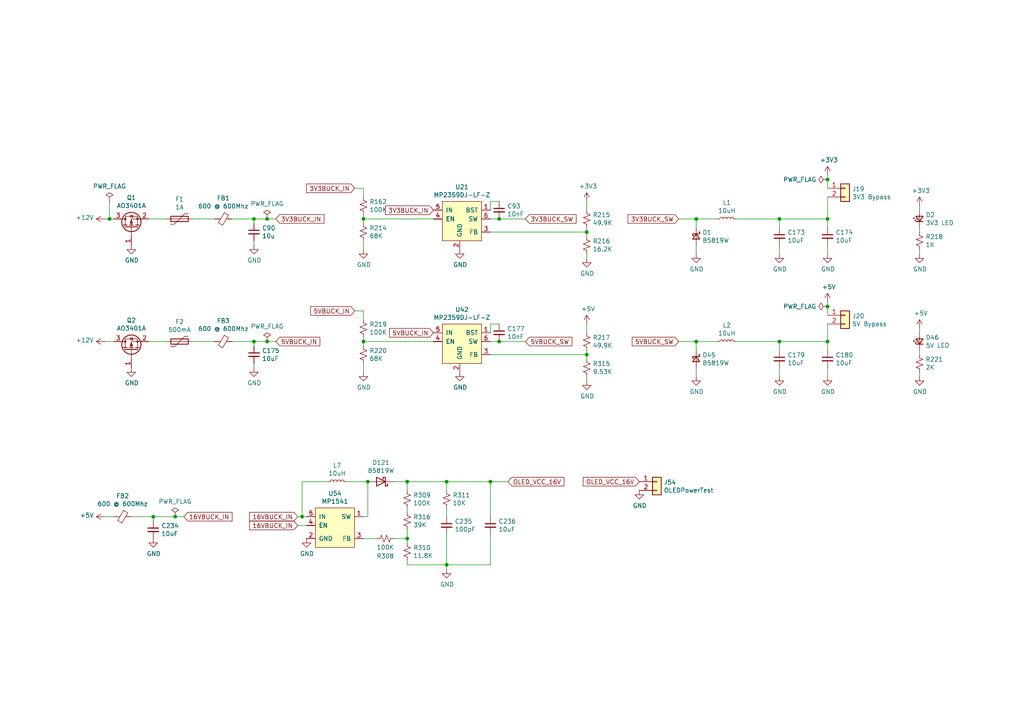
<source format=kicad_sch>
(kicad_sch (version 20210621) (generator eeschema)
  (paper "A4")
  (lib_symbols
    (symbol "Connector_Generic:Conn_01x02" (pin_names (offset 1.016) hide)
      (property "Reference" "J" (at 0 2.54 0))
      (property "Value" "Conn_01x02" (at 0 -5.08 0))
      (symbol "Conn_01x02_1_1"
        (rectangle (start -1.27 -2.413) (end 0 -2.667) (stroke (width 0.1524)))
        (rectangle (start -1.27 0.127) (end 0 -0.127) (stroke (width 0.1524)))
        (rectangle (start -1.27 1.27) (end 1.27 -3.81) (stroke (width 0.254)) (fill (type background)))
        (pin passive line (at -5.08 0 0) (length 3.81) (name "Pin_1") (number "1"))
        (pin passive line (at -5.08 -2.54 0) (length 3.81) (name "Pin_2") (number "2"))
      )
    )
    (symbol "Device:C_Small" (pin_numbers hide) (pin_names (offset 0.254) hide)
      (property "Reference" "C" (at 0.254 1.778 0))
      (property "Value" "C_Small" (at 0.254 -2.032 0))
      (symbol "C_Small_0_1"
        (polyline (pts (xy -1.524 -0.508) (xy 1.524 -0.508)) (stroke (width 0.3302)))
        (polyline (pts (xy -1.524 0.508) (xy 1.524 0.508)) (stroke (width 0.3048)))
      )
      (symbol "C_Small_1_1"
        (pin passive line (at 0 2.54 270) (length 2.032) (name "~") (number "1"))
        (pin passive line (at 0 -2.54 90) (length 2.032) (name "~") (number "2"))
      )
    )
    (symbol "Device:D_Schottky" (pin_numbers hide) (pin_names (offset 1.016) hide)
      (property "Reference" "D" (at 0 2.54 0))
      (property "Value" "D_Schottky" (at 0 -2.54 0))
      (symbol "D_Schottky_0_1"
        (polyline (pts (xy 1.27 0) (xy -1.27 0)))
        (polyline (pts (xy 1.27 1.27) (xy 1.27 -1.27) (xy -1.27 0) (xy 1.27 1.27)) (stroke (width 0.254)))
        (polyline (pts (xy -1.905 0.635) (xy -1.905 1.27) (xy -1.27 1.27) (xy -1.27 -1.27) (xy -0.635 -1.27) (xy -0.635 -0.635)) (stroke (width 0.254)))
      )
      (symbol "D_Schottky_1_1"
        (pin passive line (at -3.81 0 0) (length 2.54) (name "K") (number "1"))
        (pin passive line (at 3.81 0 180) (length 2.54) (name "A") (number "2"))
      )
    )
    (symbol "Device:D_Schottky_Small" (pin_numbers hide) (pin_names (offset 0.254) hide)
      (property "Reference" "D" (at -1.27 2.032 0))
      (property "Value" "D_Schottky_Small" (at -7.112 -2.032 0))
      (symbol "D_Schottky_Small_0_1"
        (polyline (pts (xy -0.762 0) (xy 0.762 0)))
        (polyline (pts (xy 0.762 -1.016) (xy -0.762 0) (xy 0.762 1.016) (xy 0.762 -1.016)) (stroke (width 0.254)))
        (polyline (pts (xy -1.27 0.762) (xy -1.27 1.016) (xy -0.762 1.016) (xy -0.762 -1.016) (xy -0.254 -1.016) (xy -0.254 -0.762)) (stroke (width 0.254)))
      )
      (symbol "D_Schottky_Small_1_1"
        (pin passive line (at -2.54 0 0) (length 1.778) (name "K") (number "1"))
        (pin passive line (at 2.54 0 180) (length 1.778) (name "A") (number "2"))
      )
    )
    (symbol "Device:Ferrite_Bead_Small" (pin_numbers hide) (pin_names (offset 0))
      (property "Reference" "FB" (at 1.905 1.27 0))
      (property "Value" "Device_Ferrite_Bead_Small" (at 1.905 -1.27 0))
      (symbol "Ferrite_Bead_Small_0_1"
        (polyline (pts (xy 0 -1.27) (xy 0 -0.7874)))
        (polyline (pts (xy 0 0.889) (xy 0 1.2954)))
        (polyline (pts (xy -1.8288 0.2794) (xy -1.1176 1.4986) (xy 1.8288 -0.2032) (xy 1.1176 -1.4224) (xy -1.8288 0.2794)))
      )
      (symbol "Ferrite_Bead_Small_1_1"
        (pin passive line (at 0 2.54 270) (length 1.27) (name "~") (number "1"))
        (pin passive line (at 0 -2.54 90) (length 1.27) (name "~") (number "2"))
      )
    )
    (symbol "Device:LED_Small" (pin_numbers hide) (pin_names (offset 0.254) hide)
      (property "Reference" "D" (at -1.27 3.175 0))
      (property "Value" "LED_Small" (at -4.445 -2.54 0))
      (symbol "LED_Small_0_1"
        (polyline (pts (xy -0.762 -1.016) (xy -0.762 1.016)) (stroke (width 0.254)))
        (polyline (pts (xy 1.016 0) (xy -0.762 0)))
        (polyline (pts (xy 0.762 -1.016) (xy -0.762 0) (xy 0.762 1.016) (xy 0.762 -1.016)) (stroke (width 0.254)))
        (polyline (pts (xy 0 0.762) (xy -0.508 1.27) (xy -0.254 1.27) (xy -0.508 1.27) (xy -0.508 1.016)))
        (polyline (pts (xy 0.508 1.27) (xy 0 1.778) (xy 0.254 1.778) (xy 0 1.778) (xy 0 1.524)))
      )
      (symbol "LED_Small_1_1"
        (pin passive line (at -2.54 0 0) (length 1.778) (name "K") (number "1"))
        (pin passive line (at 2.54 0 180) (length 1.778) (name "A") (number "2"))
      )
    )
    (symbol "Device:L_Small" (pin_numbers hide) (pin_names (offset 0.254) hide)
      (property "Reference" "L" (at 0.762 1.016 0))
      (property "Value" "L_Small" (at 0.762 -1.016 0))
      (symbol "L_Small_0_1"
        (arc (start 0 -2.032) (end 0 -1.016) (radius (at 0 -1.524) (length 0.508) (angles -89.9 89.9)))
        (arc (start 0 -1.016) (end 0 0) (radius (at 0 -0.508) (length 0.508) (angles -89.9 89.9)))
        (arc (start 0 0) (end 0 1.016) (radius (at 0 0.508) (length 0.508) (angles -89.9 89.9)))
        (arc (start 0 1.016) (end 0 2.032) (radius (at 0 1.524) (length 0.508) (angles -89.9 89.9)))
      )
      (symbol "L_Small_1_1"
        (pin passive line (at 0 2.54 270) (length 0.508) (name "~") (number "1"))
        (pin passive line (at 0 -2.54 90) (length 0.508) (name "~") (number "2"))
      )
    )
    (symbol "Device:Polyfuse" (pin_numbers hide) (pin_names (offset 0))
      (property "Reference" "F" (at -2.54 0 90))
      (property "Value" "Polyfuse" (at 2.54 0 90))
      (symbol "Polyfuse_0_1"
        (rectangle (start -0.762 2.54) (end 0.762 -2.54) (stroke (width 0.254)))
        (polyline (pts (xy 0 2.54) (xy 0 -2.54)))
        (polyline (pts (xy -1.524 2.54) (xy -1.524 1.524) (xy 1.524 -1.524) (xy 1.524 -2.54)))
      )
      (symbol "Polyfuse_1_1"
        (pin passive line (at 0 3.81 270) (length 1.27) (name "~") (number "1"))
        (pin passive line (at 0 -3.81 90) (length 1.27) (name "~") (number "2"))
      )
    )
    (symbol "Device:R_Small_US" (pin_numbers hide) (pin_names (offset 0.254) hide)
      (property "Reference" "R" (at 0.762 0.508 0))
      (property "Value" "R_Small_US" (at 0.762 -1.016 0))
      (symbol "R_Small_US_1_1"
        (polyline (pts (xy 0 0) (xy 1.016 -0.381) (xy 0 -0.762) (xy -1.016 -1.143) (xy 0 -1.524)))
        (polyline (pts (xy 0 1.524) (xy 1.016 1.143) (xy 0 0.762) (xy -1.016 0.381) (xy 0 0)))
        (pin passive line (at 0 2.54 270) (length 1.016) (name "~") (number "1"))
        (pin passive line (at 0 -2.54 90) (length 1.016) (name "~") (number "2"))
      )
    )
    (symbol "MP1541:MP1541" (pin_names (offset 1.016))
      (property "Reference" "U" (at 0 11.43 0))
      (property "Value" "MP1541" (at 0 8.89 0))
      (symbol "MP1541_0_0"
        (pin power_out line (at 8.89 3.81 180) (length 2.54) (name "SW") (number "1"))
        (pin power_in line (at -7.62 -2.54 0) (length 2.54) (name "GND") (number "2"))
        (pin input line (at 8.89 -2.54 180) (length 2.54) (name "FB") (number "3"))
        (pin input line (at -7.62 1.27 0) (length 2.54) (name "EN") (number "4"))
        (pin input line (at -7.62 1.27 0) (length 2.54) (name "EN") (number "4"))
        (pin power_in line (at -7.62 3.81 0) (length 2.54) (name "IN") (number "5"))
        (pin power_in line (at -7.62 3.81 0) (length 2.54) (name "IN") (number "5"))
      )
      (symbol "MP1541_0_1"
        (rectangle (start -5.08 6.35) (end 6.35 -5.08) (fill (type background)))
      )
    )
    (symbol "MP2359DJ:MP2359DJ-LF-Z" (pin_names (offset 1.016))
      (property "Reference" "U" (at 0 11.43 0))
      (property "Value" "MP2359DJ-LF-Z" (at 0 8.89 0))
      (symbol "MP2359DJ-LF-Z_0_0"
        (pin input line (at 8.89 3.81 180) (length 2.54) (name "BST") (number "1"))
        (pin power_in line (at 0 -7.62 90) (length 2.54) (name "GND") (number "2"))
        (pin input line (at 8.89 -2.54 180) (length 2.54) (name "FB") (number "3"))
        (pin input line (at -7.62 1.27 0) (length 2.54) (name "EN") (number "4"))
        (pin input line (at -7.62 1.27 0) (length 2.54) (name "EN") (number "4"))
        (pin power_in line (at -7.62 3.81 0) (length 2.54) (name "IN") (number "5"))
        (pin power_in line (at -7.62 3.81 0) (length 2.54) (name "IN") (number "5"))
        (pin power_out line (at 8.89 1.27 180) (length 2.54) (name "SW") (number "6"))
      )
      (symbol "MP2359DJ-LF-Z_0_1"
        (rectangle (start -5.08 6.35) (end 6.35 -5.08) (fill (type background)))
      )
    )
    (symbol "Transistor_FET:AO3401A" (pin_names hide)
      (property "Reference" "Q" (at 5.08 1.905 0))
      (property "Value" "AO3401A" (at 5.08 0 0))
      (symbol "AO3401A_0_1"
        (circle (center 1.651 0) (radius 2.794) (stroke (width 0.254)))
        (circle (center 2.54 -1.778) (radius 0.254) (fill (type outline)))
        (circle (center 2.54 1.778) (radius 0.254) (fill (type outline)))
        (polyline (pts (xy 0.254 0) (xy -2.54 0)))
        (polyline (pts (xy 0.254 1.905) (xy 0.254 -1.905)) (stroke (width 0.254)))
        (polyline (pts (xy 0.762 -1.27) (xy 0.762 -2.286)) (stroke (width 0.254)))
        (polyline (pts (xy 0.762 0.508) (xy 0.762 -0.508)) (stroke (width 0.254)))
        (polyline (pts (xy 0.762 2.286) (xy 0.762 1.27)) (stroke (width 0.254)))
        (polyline (pts (xy 2.54 2.54) (xy 2.54 1.778)))
        (polyline (pts (xy 2.54 -2.54) (xy 2.54 0) (xy 0.762 0)))
        (polyline (pts (xy 0.762 1.778) (xy 3.302 1.778) (xy 3.302 -1.778) (xy 0.762 -1.778)))
        (polyline (pts (xy 2.794 -0.508) (xy 2.921 -0.381) (xy 3.683 -0.381) (xy 3.81 -0.254)))
        (polyline (pts (xy 3.302 -0.381) (xy 2.921 0.254) (xy 3.683 0.254) (xy 3.302 -0.381)))
        (polyline (pts (xy 2.286 0) (xy 1.27 0.381) (xy 1.27 -0.381) (xy 2.286 0)) (fill (type outline)))
      )
      (symbol "AO3401A_1_1"
        (pin input line (at -5.08 0 0) (length 2.54) (name "G") (number "1"))
        (pin passive line (at 2.54 -5.08 90) (length 2.54) (name "S") (number "2"))
        (pin passive line (at 2.54 5.08 270) (length 2.54) (name "D") (number "3"))
      )
    )
    (symbol "power:+12V" (power) (pin_names (offset 0))
      (property "Value" "+12V" (at 0 3.556 0))
      (symbol "+12V_0_1"
        (polyline (pts (xy -0.762 1.27) (xy 0 2.54)))
        (polyline (pts (xy 0 0) (xy 0 2.54)))
        (polyline (pts (xy 0 2.54) (xy 0.762 1.27)))
      )
      (symbol "+12V_1_1"
        (pin power_in line (at 0 0 90) (length 0) hide (name "+12V") (number "1"))
      )
    )
    (symbol "power:+3.3V" (power) (pin_names (offset 0))
      (property "Value" "+3.3V" (at 0 3.556 0))
      (symbol "+3.3V_0_1"
        (polyline (pts (xy -0.762 1.27) (xy 0 2.54)))
        (polyline (pts (xy 0 0) (xy 0 2.54)))
        (polyline (pts (xy 0 2.54) (xy 0.762 1.27)))
      )
      (symbol "+3.3V_1_1"
        (pin power_in line (at 0 0 90) (length 0) hide (name "+3V3") (number "1"))
      )
    )
    (symbol "power:+5V" (power) (pin_names (offset 0))
      (property "Value" "+5V" (at 0 3.556 0))
      (symbol "+5V_0_1"
        (polyline (pts (xy -0.762 1.27) (xy 0 2.54)))
        (polyline (pts (xy 0 0) (xy 0 2.54)))
        (polyline (pts (xy 0 2.54) (xy 0.762 1.27)))
      )
      (symbol "+5V_1_1"
        (pin power_in line (at 0 0 90) (length 0) hide (name "+5V") (number "1"))
      )
    )
    (symbol "power:GND" (power) (pin_names (offset 0))
      (property "Value" "GND" (at 0 -3.81 0))
      (symbol "GND_0_1"
        (polyline (pts (xy 0 0) (xy 0 -1.27) (xy 1.27 -1.27) (xy 0 -2.54) (xy -1.27 -1.27) (xy 0 -1.27)))
      )
      (symbol "GND_1_1"
        (pin power_in line (at 0 0 270) (length 0) hide (name "GND") (number "1"))
      )
    )
    (symbol "power:PWR_FLAG" (power) (pin_numbers hide) (pin_names (offset 0) hide)
      (property "Value" "PWR_FLAG" (at 0 3.81 0))
      (symbol "PWR_FLAG_0_0"
        (pin power_out line (at 0 0 90) (length 0) (name "pwr") (number "1"))
      )
      (symbol "PWR_FLAG_0_1"
        (polyline (pts (xy 0 0) (xy 0 1.27) (xy -1.016 1.905) (xy 0 2.54) (xy 1.016 1.905) (xy 0 1.27)))
      )
    )
  )
  (junction (at 31.75 63.5))
  (junction (at 44.45 149.86))
  (junction (at 50.8 149.86))
  (junction (at 73.66 63.5))
  (junction (at 73.66 99.06))
  (junction (at 77.47 63.5))
  (junction (at 77.47 99.06))
  (junction (at 87.63 149.86))
  (junction (at 105.41 63.5))
  (junction (at 105.41 99.06))
  (junction (at 106.68 139.7))
  (junction (at 118.11 139.7))
  (junction (at 118.11 156.21))
  (junction (at 129.54 139.7))
  (junction (at 129.54 163.83))
  (junction (at 142.24 139.7))
  (junction (at 144.78 63.5))
  (junction (at 144.78 99.06))
  (junction (at 170.18 67.31))
  (junction (at 170.18 102.87))
  (junction (at 201.93 63.5))
  (junction (at 201.93 99.06))
  (junction (at 226.06 63.5))
  (junction (at 226.06 99.06))
  (junction (at 240.03 52.07))
  (junction (at 240.03 63.5))
  (junction (at 240.03 88.9))
  (junction (at 240.03 99.06))
  (wire (pts (xy 30.48 63.5) (xy 31.75 63.5)))
  (wire (pts (xy 30.48 99.06) (xy 33.02 99.06)))
  (wire (pts (xy 30.48 149.86) (xy 33.02 149.86)))
  (wire (pts (xy 31.75 58.42) (xy 31.75 63.5)))
  (wire (pts (xy 31.75 63.5) (xy 33.02 63.5)))
  (wire (pts (xy 38.1 149.86) (xy 44.45 149.86)))
  (wire (pts (xy 43.18 63.5) (xy 48.26 63.5)))
  (wire (pts (xy 43.18 99.06) (xy 48.26 99.06)))
  (wire (pts (xy 44.45 149.86) (xy 50.8 149.86)))
  (wire (pts (xy 44.45 151.13) (xy 44.45 149.86)))
  (wire (pts (xy 50.8 149.86) (xy 53.34 149.86)))
  (wire (pts (xy 62.23 63.5) (xy 55.88 63.5)))
  (wire (pts (xy 62.23 99.06) (xy 55.88 99.06)))
  (wire (pts (xy 67.31 63.5) (xy 73.66 63.5)))
  (wire (pts (xy 67.31 99.06) (xy 73.66 99.06)))
  (wire (pts (xy 73.66 63.5) (xy 77.47 63.5)))
  (wire (pts (xy 73.66 64.77) (xy 73.66 63.5)))
  (wire (pts (xy 73.66 69.85) (xy 73.66 71.12)))
  (wire (pts (xy 73.66 99.06) (xy 77.47 99.06)))
  (wire (pts (xy 73.66 100.33) (xy 73.66 99.06)))
  (wire (pts (xy 73.66 105.41) (xy 73.66 106.68)))
  (wire (pts (xy 77.47 63.5) (xy 80.01 63.5)))
  (wire (pts (xy 77.47 99.06) (xy 80.01 99.06)))
  (wire (pts (xy 86.36 152.4) (xy 88.9 152.4)))
  (wire (pts (xy 87.63 139.7) (xy 87.63 149.86)))
  (wire (pts (xy 87.63 149.86) (xy 86.36 149.86)))
  (wire (pts (xy 87.63 149.86) (xy 88.9 149.86)))
  (wire (pts (xy 95.25 139.7) (xy 87.63 139.7)))
  (wire (pts (xy 100.33 139.7) (xy 106.68 139.7)))
  (wire (pts (xy 102.87 54.61) (xy 105.41 54.61)))
  (wire (pts (xy 102.87 90.17) (xy 105.41 90.17)))
  (wire (pts (xy 105.41 54.61) (xy 105.41 57.15)))
  (wire (pts (xy 105.41 62.23) (xy 105.41 63.5)))
  (wire (pts (xy 105.41 63.5) (xy 105.41 64.77)))
  (wire (pts (xy 105.41 69.85) (xy 105.41 72.39)))
  (wire (pts (xy 105.41 90.17) (xy 105.41 92.71)))
  (wire (pts (xy 105.41 97.79) (xy 105.41 99.06)))
  (wire (pts (xy 105.41 99.06) (xy 105.41 100.33)))
  (wire (pts (xy 105.41 105.41) (xy 105.41 107.95)))
  (wire (pts (xy 105.41 156.21) (xy 109.22 156.21)))
  (wire (pts (xy 106.68 139.7) (xy 106.68 149.86)))
  (wire (pts (xy 106.68 149.86) (xy 105.41 149.86)))
  (wire (pts (xy 114.3 139.7) (xy 118.11 139.7)))
  (wire (pts (xy 114.3 156.21) (xy 118.11 156.21)))
  (wire (pts (xy 118.11 139.7) (xy 118.11 142.24)))
  (wire (pts (xy 118.11 139.7) (xy 129.54 139.7)))
  (wire (pts (xy 118.11 147.32) (xy 118.11 148.59)))
  (wire (pts (xy 118.11 153.67) (xy 118.11 156.21)))
  (wire (pts (xy 118.11 157.48) (xy 118.11 156.21)))
  (wire (pts (xy 118.11 162.56) (xy 118.11 163.83)))
  (wire (pts (xy 118.11 163.83) (xy 129.54 163.83)))
  (wire (pts (xy 125.73 63.5) (xy 105.41 63.5)))
  (wire (pts (xy 125.73 99.06) (xy 105.41 99.06)))
  (wire (pts (xy 129.54 139.7) (xy 142.24 139.7)))
  (wire (pts (xy 129.54 142.24) (xy 129.54 139.7)))
  (wire (pts (xy 129.54 147.32) (xy 129.54 149.86)))
  (wire (pts (xy 129.54 163.83) (xy 129.54 154.94)))
  (wire (pts (xy 129.54 165.1) (xy 129.54 163.83)))
  (wire (pts (xy 142.24 58.42) (xy 144.78 58.42)))
  (wire (pts (xy 142.24 60.96) (xy 142.24 58.42)))
  (wire (pts (xy 142.24 63.5) (xy 144.78 63.5)))
  (wire (pts (xy 142.24 67.31) (xy 170.18 67.31)))
  (wire (pts (xy 142.24 93.98) (xy 144.78 93.98)))
  (wire (pts (xy 142.24 96.52) (xy 142.24 93.98)))
  (wire (pts (xy 142.24 99.06) (xy 144.78 99.06)))
  (wire (pts (xy 142.24 102.87) (xy 170.18 102.87)))
  (wire (pts (xy 142.24 139.7) (xy 142.24 149.86)))
  (wire (pts (xy 142.24 154.94) (xy 142.24 163.83)))
  (wire (pts (xy 142.24 163.83) (xy 129.54 163.83)))
  (wire (pts (xy 144.78 63.5) (xy 152.4 63.5)))
  (wire (pts (xy 144.78 99.06) (xy 152.4 99.06)))
  (wire (pts (xy 147.32 139.7) (xy 142.24 139.7)))
  (wire (pts (xy 170.18 58.42) (xy 170.18 60.96)))
  (wire (pts (xy 170.18 67.31) (xy 170.18 66.04)))
  (wire (pts (xy 170.18 68.58) (xy 170.18 67.31)))
  (wire (pts (xy 170.18 73.66) (xy 170.18 74.93)))
  (wire (pts (xy 170.18 93.98) (xy 170.18 96.52)))
  (wire (pts (xy 170.18 102.87) (xy 170.18 101.6)))
  (wire (pts (xy 170.18 104.14) (xy 170.18 102.87)))
  (wire (pts (xy 170.18 109.22) (xy 170.18 110.49)))
  (wire (pts (xy 196.85 63.5) (xy 201.93 63.5)))
  (wire (pts (xy 196.85 99.06) (xy 201.93 99.06)))
  (wire (pts (xy 201.93 63.5) (xy 208.28 63.5)))
  (wire (pts (xy 201.93 66.04) (xy 201.93 63.5)))
  (wire (pts (xy 201.93 71.12) (xy 201.93 73.66)))
  (wire (pts (xy 201.93 99.06) (xy 208.28 99.06)))
  (wire (pts (xy 201.93 101.6) (xy 201.93 99.06)))
  (wire (pts (xy 201.93 106.68) (xy 201.93 109.22)))
  (wire (pts (xy 213.36 63.5) (xy 226.06 63.5)))
  (wire (pts (xy 213.36 99.06) (xy 226.06 99.06)))
  (wire (pts (xy 226.06 63.5) (xy 240.03 63.5)))
  (wire (pts (xy 226.06 66.04) (xy 226.06 63.5)))
  (wire (pts (xy 226.06 71.12) (xy 226.06 73.66)))
  (wire (pts (xy 226.06 99.06) (xy 240.03 99.06)))
  (wire (pts (xy 226.06 101.6) (xy 226.06 99.06)))
  (wire (pts (xy 226.06 106.68) (xy 226.06 109.22)))
  (wire (pts (xy 240.03 50.8) (xy 240.03 52.07)))
  (wire (pts (xy 240.03 52.07) (xy 240.03 54.61)))
  (wire (pts (xy 240.03 57.15) (xy 240.03 63.5)))
  (wire (pts (xy 240.03 63.5) (xy 240.03 66.04)))
  (wire (pts (xy 240.03 71.12) (xy 240.03 73.66)))
  (wire (pts (xy 240.03 87.63) (xy 240.03 88.9)))
  (wire (pts (xy 240.03 88.9) (xy 240.03 91.44)))
  (wire (pts (xy 240.03 93.98) (xy 240.03 99.06)))
  (wire (pts (xy 240.03 99.06) (xy 240.03 101.6)))
  (wire (pts (xy 240.03 106.68) (xy 240.03 109.22)))
  (wire (pts (xy 266.7 59.69) (xy 266.7 60.96)))
  (wire (pts (xy 266.7 66.04) (xy 266.7 67.31)))
  (wire (pts (xy 266.7 72.39) (xy 266.7 73.66)))
  (wire (pts (xy 266.7 95.25) (xy 266.7 96.52)))
  (wire (pts (xy 266.7 101.6) (xy 266.7 102.87)))
  (wire (pts (xy 266.7 107.95) (xy 266.7 109.22)))
  (global_label "16VBUCK_IN" (shape input) (at 53.34 149.86 0) (property "Intersheet References" "${INTERSHEET_REFS}" (effects hide)))
  (global_label "3V3BUCK_IN" (shape input) (at 80.01 63.5 0) (property "Intersheet References" "${INTERSHEET_REFS}" (effects hide)))
  (global_label "5VBUCK_IN" (shape input) (at 80.01 99.06 0) (property "Intersheet References" "${INTERSHEET_REFS}" (effects hide)))
  (global_label "16VBUCK_IN" (shape input) (at 86.36 149.86 180) (property "Intersheet References" "${INTERSHEET_REFS}" (effects hide)))
  (global_label "16VBUCK_IN" (shape input) (at 86.36 152.4 180) (property "Intersheet References" "${INTERSHEET_REFS}" (effects hide)))
  (global_label "3V3BUCK_IN" (shape input) (at 102.87 54.61 180) (property "Intersheet References" "${INTERSHEET_REFS}" (effects hide)))
  (global_label "5VBUCK_IN" (shape input) (at 102.87 90.17 180) (property "Intersheet References" "${INTERSHEET_REFS}" (effects hide)))
  (global_label "3V3BUCK_IN" (shape input) (at 125.73 60.96 180) (property "Intersheet References" "${INTERSHEET_REFS}" (effects hide)))
  (global_label "5VBUCK_IN" (shape input) (at 125.73 96.52 180) (property "Intersheet References" "${INTERSHEET_REFS}" (effects hide)))
  (global_label "OLED_VCC_16V" (shape input) (at 147.32 139.7 0) (property "Intersheet References" "${INTERSHEET_REFS}" (effects hide)))
  (global_label "3V3BUCK_SW" (shape input) (at 152.4 63.5 0) (property "Intersheet References" "${INTERSHEET_REFS}" (effects hide)))
  (global_label "5VBUCK_SW" (shape input) (at 152.4 99.06 0) (property "Intersheet References" "${INTERSHEET_REFS}" (effects hide)))
  (global_label "OLED_VCC_16V" (shape input) (at 185.42 139.7 180) (property "Intersheet References" "${INTERSHEET_REFS}" (effects hide)))
  (global_label "3V3BUCK_SW" (shape input) (at 196.85 63.5 180) (property "Intersheet References" "${INTERSHEET_REFS}" (effects hide)))
  (global_label "5VBUCK_SW" (shape input) (at 196.85 99.06 180) (property "Intersheet References" "${INTERSHEET_REFS}" (effects hide)))
  (symbol (lib_id "power:+12V") (at 30.48 63.5 90) (unit 1)
    (property "Reference" "#PWR0315" (effects hide))
    (property "Value" "+12V" (at 27.2288 63.119 90) (effects (justify left)))
  )
  (symbol (lib_id "power:+12V") (at 30.48 99.06 90) (unit 1)
    (property "Reference" "#PWR0567" (effects hide))
    (property "Value" "+12V" (at 27.2288 98.679 90) (effects (justify left)))
  )
  (symbol (lib_id "power:+5V") (at 30.48 149.86 90) (unit 1)
    (property "Reference" "#PWR0971" (effects hide))
    (property "Value" "+5V" (at 27.2288 149.479 90) (effects (justify left)))
  )
  (symbol (lib_id "power:+3.3V") (at 170.18 58.42 0) (unit 1)
    (property "Reference" "#PWR0542" (effects hide))
    (property "Value" "+3.3V" (at 170.561 54.0258 0))
  )
  (symbol (lib_id "power:+5V") (at 170.18 93.98 0) (unit 1)
    (property "Reference" "#PWR0569" (effects hide))
    (property "Value" "+5V" (at 170.561 89.5858 0))
  )
  (symbol (lib_id "power:+3.3V") (at 240.03 50.8 0) (unit 1)
    (property "Reference" "#PWR0544" (effects hide))
    (property "Value" "+3.3V" (at 240.411 46.4058 0))
  )
  (symbol (lib_id "power:+5V") (at 240.03 87.63 0) (unit 1)
    (property "Reference" "#PWR0570" (effects hide))
    (property "Value" "+5V" (at 240.411 83.2358 0))
  )
  (symbol (lib_id "power:+3.3V") (at 266.7 59.69 0) (unit 1)
    (property "Reference" "#PWR0548" (effects hide))
    (property "Value" "+3.3V" (at 267.081 55.2958 0))
  )
  (symbol (lib_id "power:+5V") (at 266.7 95.25 0) (unit 1)
    (property "Reference" "#PWR0568" (effects hide))
    (property "Value" "+5V" (at 267.081 90.8558 0))
  )
  (symbol (lib_id "Device:L_Small") (at 97.79 139.7 90) (unit 1)
    (property "Reference" "L7" (at 97.79 135.001 90))
    (property "Value" "10uH" (at 97.79 137.3124 90))
    (property "Footprint" "Inductor_SMD:L_Sunlord_MWSA0518_5.4x5.2mm" (effects hide))
    (property "LCSC" "C139506" (effects hide))
  )
  (symbol (lib_id "Device:L_Small") (at 210.82 63.5 90) (unit 1)
    (property "Reference" "L1" (at 210.82 58.801 90))
    (property "Value" "10uH" (at 210.82 61.1124 90))
    (property "Footprint" "Inductor_SMD:L_Sunlord_MWSA0518_5.4x5.2mm" (effects hide))
    (property "LCSC" "C139506" (effects hide))
  )
  (symbol (lib_id "Device:L_Small") (at 210.82 99.06 90) (unit 1)
    (property "Reference" "L2" (at 210.82 94.361 90))
    (property "Value" "10uH" (at 210.82 96.6724 90))
    (property "Footprint" "Inductor_SMD:L_Sunlord_MWSA0518_5.4x5.2mm" (effects hide))
    (property "LCSC" "C139506" (effects hide))
  )
  (symbol (lib_id "power:PWR_FLAG") (at 31.75 58.42 0) (unit 1)
    (property "Reference" "#FLG0116" (effects hide))
    (property "Value" "PWR_FLAG" (at 31.75 54.0258 0))
  )
  (symbol (lib_id "power:PWR_FLAG") (at 50.8 149.86 0) (unit 1)
    (property "Reference" "#FLG0114" (effects hide))
    (property "Value" "PWR_FLAG" (at 50.8 145.4658 0))
  )
  (symbol (lib_id "power:PWR_FLAG") (at 77.47 63.5 0) (unit 1)
    (property "Reference" "#FLG0112" (effects hide))
    (property "Value" "PWR_FLAG" (at 77.47 59.1058 0))
  )
  (symbol (lib_id "power:PWR_FLAG") (at 77.47 99.06 0) (unit 1)
    (property "Reference" "#FLG0113" (effects hide))
    (property "Value" "PWR_FLAG" (at 77.47 94.6658 0))
  )
  (symbol (lib_id "power:PWR_FLAG") (at 240.03 52.07 90) (unit 1)
    (property "Reference" "#FLG0108" (effects hide))
    (property "Value" "PWR_FLAG" (at 236.8042 52.07 90) (effects (justify left)))
  )
  (symbol (lib_id "power:PWR_FLAG") (at 240.03 88.9 90) (unit 1)
    (property "Reference" "#FLG0109" (effects hide))
    (property "Value" "PWR_FLAG" (at 236.8042 88.9 90) (effects (justify left)))
  )
  (symbol (lib_id "power:GND") (at 38.1 71.12 0) (unit 1)
    (property "Reference" "#PWR0316" (effects hide))
    (property "Value" "GND" (at 38.227 75.5142 0))
  )
  (symbol (lib_id "power:GND") (at 38.1 106.68 0) (unit 1)
    (property "Reference" "#PWR0558" (effects hide))
    (property "Value" "GND" (at 38.227 111.0742 0))
  )
  (symbol (lib_id "power:GND") (at 44.45 156.21 0) (unit 1)
    (property "Reference" "#PWR0306" (effects hide))
    (property "Value" "GND" (at 44.577 160.6042 0))
  )
  (symbol (lib_id "power:GND") (at 73.66 71.12 0) (unit 1)
    (property "Reference" "#PWR0317" (effects hide))
    (property "Value" "GND" (at 73.787 75.5142 0))
  )
  (symbol (lib_id "power:GND") (at 73.66 106.68 0) (unit 1)
    (property "Reference" "#PWR0559" (effects hide))
    (property "Value" "GND" (at 73.787 111.0742 0))
  )
  (symbol (lib_id "power:GND") (at 88.9 156.21 0) (unit 1)
    (property "Reference" "#PWR0968" (effects hide))
    (property "Value" "GND" (at 89.027 160.6042 0))
  )
  (symbol (lib_id "power:GND") (at 105.41 72.39 0) (unit 1)
    (property "Reference" "#PWR0540" (effects hide))
    (property "Value" "GND" (at 105.537 76.7842 0))
  )
  (symbol (lib_id "power:GND") (at 105.41 107.95 0) (unit 1)
    (property "Reference" "#PWR0560" (effects hide))
    (property "Value" "GND" (at 105.537 112.3442 0))
  )
  (symbol (lib_id "power:GND") (at 129.54 165.1 0) (unit 1)
    (property "Reference" "#PWR0970" (effects hide))
    (property "Value" "GND" (at 129.667 169.4942 0))
  )
  (symbol (lib_id "power:GND") (at 133.35 72.39 0) (unit 1)
    (property "Reference" "#PWR0541" (effects hide))
    (property "Value" "GND" (at 133.477 76.7842 0))
  )
  (symbol (lib_id "power:GND") (at 133.35 107.95 0) (unit 1)
    (property "Reference" "#PWR0561" (effects hide))
    (property "Value" "GND" (at 133.477 112.3442 0))
  )
  (symbol (lib_id "power:GND") (at 170.18 74.93 0) (unit 1)
    (property "Reference" "#PWR0543" (effects hide))
    (property "Value" "GND" (at 170.307 79.3242 0))
  )
  (symbol (lib_id "power:GND") (at 170.18 110.49 0) (unit 1)
    (property "Reference" "#PWR0562" (effects hide))
    (property "Value" "GND" (at 170.307 114.8842 0))
  )
  (symbol (lib_id "power:GND") (at 185.42 142.24 0) (unit 1)
    (property "Reference" "#PWR0929" (effects hide))
    (property "Value" "GND" (at 185.547 146.6342 0))
  )
  (symbol (lib_id "power:GND") (at 201.93 73.66 0) (unit 1)
    (property "Reference" "#PWR0545" (effects hide))
    (property "Value" "GND" (at 202.057 78.0542 0))
  )
  (symbol (lib_id "power:GND") (at 201.93 109.22 0) (unit 1)
    (property "Reference" "#PWR0563" (effects hide))
    (property "Value" "GND" (at 202.057 113.6142 0))
  )
  (symbol (lib_id "power:GND") (at 226.06 73.66 0) (unit 1)
    (property "Reference" "#PWR0546" (effects hide))
    (property "Value" "GND" (at 226.187 78.0542 0))
  )
  (symbol (lib_id "power:GND") (at 226.06 109.22 0) (unit 1)
    (property "Reference" "#PWR0564" (effects hide))
    (property "Value" "GND" (at 226.187 113.6142 0))
  )
  (symbol (lib_id "power:GND") (at 240.03 73.66 0) (unit 1)
    (property "Reference" "#PWR0547" (effects hide))
    (property "Value" "GND" (at 240.157 78.0542 0))
  )
  (symbol (lib_id "power:GND") (at 240.03 109.22 0) (unit 1)
    (property "Reference" "#PWR0565" (effects hide))
    (property "Value" "GND" (at 240.157 113.6142 0))
  )
  (symbol (lib_id "power:GND") (at 266.7 73.66 0) (unit 1)
    (property "Reference" "#PWR0549" (effects hide))
    (property "Value" "GND" (at 266.827 78.0542 0))
  )
  (symbol (lib_id "power:GND") (at 266.7 109.22 0) (unit 1)
    (property "Reference" "#PWR0566" (effects hide))
    (property "Value" "GND" (at 266.827 113.6142 0))
  )
  (symbol (lib_id "Device:R_Small_US") (at 105.41 59.69 0) (unit 1)
    (property "Reference" "R162" (at 107.1372 58.5216 0) (effects (justify left)))
    (property "Value" "100K" (at 107.1372 60.833 0) (effects (justify left)))
    (property "Footprint" "Resistor_SMD:R_1206_3216Metric" (effects hide))
    (property "LCSC" "C17900" (effects hide))
  )
  (symbol (lib_id "Device:R_Small_US") (at 105.41 67.31 0) (unit 1)
    (property "Reference" "R214" (at 107.1372 66.1416 0) (effects (justify left)))
    (property "Value" "68K" (at 107.1372 68.453 0) (effects (justify left)))
    (property "Footprint" "Resistor_SMD:R_0603_1608Metric" (effects hide))
    (property "LCSC" "C23231" (effects hide))
  )
  (symbol (lib_id "Device:R_Small_US") (at 105.41 95.25 0) (unit 1)
    (property "Reference" "R219" (at 107.1372 94.0816 0) (effects (justify left)))
    (property "Value" "100K" (at 107.1372 96.393 0) (effects (justify left)))
    (property "Footprint" "Resistor_SMD:R_1206_3216Metric" (effects hide))
    (property "LCSC" "C17900" (effects hide))
  )
  (symbol (lib_id "Device:R_Small_US") (at 105.41 102.87 0) (unit 1)
    (property "Reference" "R220" (at 107.1372 101.7016 0) (effects (justify left)))
    (property "Value" "68K" (at 107.1372 104.013 0) (effects (justify left)))
    (property "Footprint" "Resistor_SMD:R_0603_1608Metric" (effects hide))
    (property "LCSC" "C23231" (effects hide))
  )
  (symbol (lib_id "Device:R_Small_US") (at 111.76 156.21 270) (unit 1)
    (property "Reference" "R308" (at 111.76 161.29 90))
    (property "Value" "100K" (at 111.76 158.75 90))
    (property "Footprint" "Resistor_SMD:R_1206_3216Metric" (effects hide))
    (property "LCSC" "C17900" (effects hide))
  )
  (symbol (lib_id "Device:R_Small_US") (at 118.11 144.78 0) (unit 1)
    (property "Reference" "R309" (at 119.8372 143.6116 0) (effects (justify left)))
    (property "Value" "100K" (at 119.8372 145.923 0) (effects (justify left)))
    (property "Footprint" "Resistor_SMD:R_0805_2012Metric" (effects hide))
    (property "LCSC" "C17407" (effects hide))
  )
  (symbol (lib_id "Device:R_Small_US") (at 118.11 151.13 0) (unit 1)
    (property "Reference" "R316" (at 119.8372 149.9616 0) (effects (justify left)))
    (property "Value" "39K" (at 119.8372 152.273 0) (effects (justify left)))
    (property "Footprint" "Resistor_SMD:R_0805_2012Metric" (effects hide))
    (property "LCSC" "C25826" (effects hide))
  )
  (symbol (lib_id "Device:R_Small_US") (at 118.11 160.02 0) (unit 1)
    (property "Reference" "R310" (at 119.8372 158.8516 0) (effects (justify left)))
    (property "Value" "11.8K" (at 119.8372 161.163 0) (effects (justify left)))
    (property "Footprint" "Resistor_SMD:R_1206_3216Metric" (effects hide))
    (property "LCSC" "C247398" (effects hide))
  )
  (symbol (lib_id "Device:R_Small_US") (at 129.54 144.78 0) (unit 1)
    (property "Reference" "R311" (at 131.2672 143.6116 0) (effects (justify left)))
    (property "Value" "10K" (at 131.2672 145.923 0) (effects (justify left)))
    (property "Footprint" "Resistor_SMD:R_1206_3216Metric" (effects hide))
    (property "LCSC" "C17902" (effects hide))
  )
  (symbol (lib_id "Device:R_Small_US") (at 170.18 63.5 0) (unit 1)
    (property "Reference" "R215" (at 171.9072 62.3316 0) (effects (justify left)))
    (property "Value" "49.9K" (at 171.9072 64.643 0) (effects (justify left)))
    (property "Footprint" "Resistor_SMD:R_0603_1608Metric" (effects hide))
    (property "LCSC" "C23184" (effects hide))
  )
  (symbol (lib_id "Device:R_Small_US") (at 170.18 71.12 0) (unit 1)
    (property "Reference" "R216" (at 171.9072 69.9516 0) (effects (justify left)))
    (property "Value" "16.2K" (at 171.9072 72.263 0) (effects (justify left)))
    (property "Footprint" "Resistor_SMD:R_0603_1608Metric" (effects hide))
    (property "LCSC" "C22885" (effects hide))
  )
  (symbol (lib_id "Device:R_Small_US") (at 170.18 99.06 0) (unit 1)
    (property "Reference" "R217" (at 171.9072 97.8916 0) (effects (justify left)))
    (property "Value" "49.9K" (at 171.9072 100.203 0) (effects (justify left)))
    (property "Footprint" "Resistor_SMD:R_0603_1608Metric" (effects hide))
    (property "LCSC" "C23184" (effects hide))
  )
  (symbol (lib_id "Device:R_Small_US") (at 170.18 106.68 0) (unit 1)
    (property "Reference" "R315" (at 171.9072 105.5116 0) (effects (justify left)))
    (property "Value" "9.53K" (at 171.9072 107.823 0) (effects (justify left)))
    (property "Footprint" "Resistor_SMD:R_0603_1608Metric" (effects hide))
    (property "LCSC" "C23127" (effects hide))
  )
  (symbol (lib_id "Device:R_Small_US") (at 266.7 69.85 0) (unit 1)
    (property "Reference" "R218" (at 268.4272 68.6816 0) (effects (justify left)))
    (property "Value" "1K" (at 268.4272 70.993 0) (effects (justify left)))
    (property "Footprint" "Resistor_SMD:R_0603_1608Metric" (effects hide))
    (property "LCSC" "C21190" (effects hide))
  )
  (symbol (lib_id "Device:R_Small_US") (at 266.7 105.41 0) (unit 1)
    (property "Reference" "R221" (at 268.4272 104.2416 0) (effects (justify left)))
    (property "Value" "2K" (at 268.4272 106.553 0) (effects (justify left)))
    (property "Footprint" "Resistor_SMD:R_0603_1608Metric" (effects hide))
    (property "LCSC" "C22975" (effects hide))
  )
  (symbol (lib_id "Device:D_Schottky_Small") (at 201.93 68.58 270) (unit 1)
    (property "Reference" "D1" (at 203.708 67.4116 90) (effects (justify left)))
    (property "Value" "B5819W" (at 203.708 69.723 90) (effects (justify left)))
    (property "Footprint" "Diode_SMD:D_SOD-123" (effects hide))
    (property "LCSC" "C8598" (effects hide))
  )
  (symbol (lib_id "Device:D_Schottky_Small") (at 201.93 104.14 270) (unit 1)
    (property "Reference" "D45" (at 203.708 102.9716 90) (effects (justify left)))
    (property "Value" "B5819W" (at 203.708 105.283 90) (effects (justify left)))
    (property "Footprint" "Diode_SMD:D_SOD-123" (effects hide))
    (property "LCSC" "C8598" (effects hide))
  )
  (symbol (lib_id "Device:LED_Small") (at 266.7 63.5 90) (unit 1)
    (property "Reference" "D2" (at 268.478 62.3316 90) (effects (justify right)))
    (property "Value" "3V3 LED" (at 268.478 64.643 90) (effects (justify right)))
    (property "Footprint" "LED_SMD:LED_0603_1608Metric" (effects hide))
    (property "LCSC" "C72043" (effects hide))
  )
  (symbol (lib_id "Device:LED_Small") (at 266.7 99.06 90) (unit 1)
    (property "Reference" "D46" (at 268.478 97.8916 90) (effects (justify right)))
    (property "Value" "5V LED" (at 268.478 100.203 90) (effects (justify right)))
    (property "Footprint" "LED_SMD:LED_0603_1608Metric" (effects hide))
    (property "LCSC" "C72043" (effects hide))
  )
  (symbol (lib_id "Device:C_Small") (at 44.45 153.67 0) (unit 1)
    (property "Reference" "C234" (at 46.7868 152.5016 0) (effects (justify left)))
    (property "Value" "10uF" (at 46.7868 154.813 0) (effects (justify left)))
    (property "Footprint" "Capacitor_SMD:C_1206_3216Metric" (effects hide))
    (property "LCSC" "C13585" (effects hide))
  )
  (symbol (lib_id "Device:C_Small") (at 73.66 67.31 0) (unit 1)
    (property "Reference" "C90" (at 75.9968 66.1416 0) (effects (justify left)))
    (property "Value" "10u" (at 75.9968 68.453 0) (effects (justify left)))
    (property "Footprint" "Capacitor_SMD:C_1206_3216Metric" (effects hide))
    (property "LCSC" "C13585" (effects hide))
  )
  (symbol (lib_id "Device:C_Small") (at 73.66 102.87 0) (unit 1)
    (property "Reference" "C175" (at 75.9968 101.7016 0) (effects (justify left)))
    (property "Value" "10uF" (at 75.9968 104.013 0) (effects (justify left)))
    (property "Footprint" "Capacitor_SMD:C_1206_3216Metric" (effects hide))
    (property "LCSC" "C13585" (effects hide))
  )
  (symbol (lib_id "Device:C_Small") (at 129.54 152.4 0) (unit 1)
    (property "Reference" "C235" (at 131.8768 151.2316 0) (effects (justify left)))
    (property "Value" "100pF" (at 131.8768 153.543 0) (effects (justify left)))
    (property "Footprint" "Capacitor_SMD:C_0805_2012Metric" (effects hide))
    (property "LCSC" "C1790" (effects hide))
  )
  (symbol (lib_id "Device:C_Small") (at 142.24 152.4 0) (unit 1)
    (property "Reference" "C236" (at 144.5768 151.2316 0) (effects (justify left)))
    (property "Value" "10uF" (at 144.5768 153.543 0) (effects (justify left)))
    (property "Footprint" "Capacitor_SMD:C_1206_3216Metric" (effects hide))
    (property "LCSC" "C13585" (effects hide))
  )
  (symbol (lib_id "Device:C_Small") (at 144.78 60.96 0) (unit 1)
    (property "Reference" "C93" (at 147.1168 59.7916 0) (effects (justify left)))
    (property "Value" "10nF" (at 147.1168 62.103 0) (effects (justify left)))
    (property "Footprint" "Capacitor_SMD:C_0805_2012Metric" (effects hide))
    (property "LCSC" "C1710" (effects hide))
  )
  (symbol (lib_id "Device:C_Small") (at 144.78 96.52 0) (unit 1)
    (property "Reference" "C177" (at 147.1168 95.3516 0) (effects (justify left)))
    (property "Value" "10nF" (at 147.1168 97.663 0) (effects (justify left)))
    (property "Footprint" "Capacitor_SMD:C_0805_2012Metric" (effects hide))
    (property "LCSC" "C1710" (effects hide))
  )
  (symbol (lib_id "Device:C_Small") (at 226.06 68.58 0) (unit 1)
    (property "Reference" "C173" (at 228.3968 67.4116 0) (effects (justify left)))
    (property "Value" "10uF" (at 228.3968 69.723 0) (effects (justify left)))
    (property "Footprint" "Capacitor_SMD:C_1206_3216Metric" (effects hide))
    (property "LCSC" "C13585" (effects hide))
  )
  (symbol (lib_id "Device:C_Small") (at 226.06 104.14 0) (unit 1)
    (property "Reference" "C179" (at 228.3968 102.9716 0) (effects (justify left)))
    (property "Value" "10uF" (at 228.3968 105.283 0) (effects (justify left)))
    (property "Footprint" "Capacitor_SMD:C_1206_3216Metric" (effects hide))
    (property "LCSC" "C13585" (effects hide))
  )
  (symbol (lib_id "Device:C_Small") (at 240.03 68.58 0) (unit 1)
    (property "Reference" "C174" (at 242.3668 67.4116 0) (effects (justify left)))
    (property "Value" "10uF" (at 242.3668 69.723 0) (effects (justify left)))
    (property "Footprint" "Capacitor_SMD:C_1206_3216Metric" (effects hide))
    (property "LCSC" "C13585" (effects hide))
  )
  (symbol (lib_id "Device:C_Small") (at 240.03 104.14 0) (unit 1)
    (property "Reference" "C180" (at 242.3668 102.9716 0) (effects (justify left)))
    (property "Value" "10uF" (at 242.3668 105.283 0) (effects (justify left)))
    (property "Footprint" "Capacitor_SMD:C_1206_3216Metric" (effects hide))
    (property "LCSC" "C13585" (effects hide))
  )
  (symbol (lib_id "Device:Ferrite_Bead_Small") (at 35.56 149.86 270) (unit 1)
    (property "Reference" "FB2" (at 35.56 143.8402 90))
    (property "Value" "600 @ 600Mhz" (at 35.56 146.1516 90))
    (property "Footprint" "Inductor_SMD:L_0805_2012Metric" (effects hide))
    (property "LCSC" "C1017" (effects hide))
  )
  (symbol (lib_id "Device:Ferrite_Bead_Small") (at 64.77 63.5 270) (unit 1)
    (property "Reference" "FB1" (at 64.77 57.4802 90))
    (property "Value" "600 @ 600Mhz" (at 64.77 59.7916 90))
    (property "Footprint" "Inductor_SMD:L_0805_2012Metric" (effects hide))
    (property "LCSC" "C1017" (effects hide))
  )
  (symbol (lib_id "Device:Ferrite_Bead_Small") (at 64.77 99.06 270) (unit 1)
    (property "Reference" "FB3" (at 64.77 93.0402 90))
    (property "Value" "600 @ 600Mhz" (at 64.77 95.3516 90))
    (property "Footprint" "Inductor_SMD:L_0805_2012Metric" (effects hide))
    (property "LCSC" "C1017" (effects hide))
  )
  (symbol (lib_id "Device:D_Schottky") (at 110.49 139.7 180) (unit 1)
    (property "Reference" "D121" (at 110.49 134.1882 0))
    (property "Value" "B5819W" (at 110.49 136.4996 0))
    (property "Footprint" "Diode_SMD:D_SOD-123" (effects hide))
    (property "LCSC" "C8598" (effects hide))
  )
  (symbol (lib_id "Device:Polyfuse") (at 52.07 63.5 270) (unit 1)
    (property "Reference" "F1" (at 52.07 57.785 90))
    (property "Value" "1A" (at 52.07 60.0964 90))
    (property "Footprint" "Fuse:Fuse_1206_3216Metric" (effects hide))
    (property "LCSC" "C70082" (effects hide))
  )
  (symbol (lib_id "Device:Polyfuse") (at 52.07 99.06 270) (unit 1)
    (property "Reference" "F2" (at 52.07 93.345 90))
    (property "Value" "500mA" (at 52.07 95.6564 90))
    (property "Footprint" "Fuse:Fuse_1206_3216Metric" (effects hide))
    (property "LCSC" "C70082" (effects hide))
  )
  (symbol (lib_id "Connector_Generic:Conn_01x02") (at 190.5 139.7 0) (unit 1)
    (property "Reference" "J54" (at 192.532 139.9032 0) (effects (justify left)))
    (property "Value" "OLEDPowerTest" (at 192.532 142.2146 0) (effects (justify left)))
    (property "Footprint" "Connector_PinSocket_2.54mm:PinSocket_1x02_P2.54mm_Vertical" (effects hide))
  )
  (symbol (lib_id "Connector_Generic:Conn_01x02") (at 245.11 54.61 0) (unit 1)
    (property "Reference" "J19" (at 247.142 54.8132 0) (effects (justify left)))
    (property "Value" "3V3 Bypass" (at 247.142 57.1246 0) (effects (justify left)))
    (property "Footprint" "TerminalBlock:TerminalBlock_bornier-2_P5.08mm" (effects hide))
  )
  (symbol (lib_id "Connector_Generic:Conn_01x02") (at 245.11 91.44 0) (unit 1)
    (property "Reference" "J20" (at 247.142 91.6432 0) (effects (justify left)))
    (property "Value" "5V Bypass" (at 247.142 93.9546 0) (effects (justify left)))
    (property "Footprint" "TerminalBlock:TerminalBlock_bornier-2_P5.08mm" (effects hide))
  )
  (symbol (lib_id "Transistor_FET:AO3401A") (at 38.1 66.04 90) (unit 1)
    (property "Reference" "Q1" (at 38.1 57.3532 90))
    (property "Value" "AO3401A" (at 38.1 59.6646 90))
    (property "Footprint" "Package_TO_SOT_SMD:SOT-23" (effects hide))
    (property "Datasheet" "http://www.aosmd.com/pdfs/datasheet/AO3401A.pdf" (effects hide))
    (property "LCSC" "C15127" (effects hide))
  )
  (symbol (lib_id "Transistor_FET:AO3401A") (at 38.1 101.6 90) (unit 1)
    (property "Reference" "Q2" (at 38.1 92.9132 90))
    (property "Value" "AO3401A" (at 38.1 95.2246 90))
    (property "Footprint" "Package_TO_SOT_SMD:SOT-23" (effects hide))
    (property "Datasheet" "http://www.aosmd.com/pdfs/datasheet/AO3401A.pdf" (effects hide))
    (property "LCSC" "C15127" (effects hide))
  )
  (symbol (lib_id "MP1541:MP1541") (at 96.52 153.67 0) (unit 1)
    (property "Reference" "U54" (at 97.155 143.129 0))
    (property "Value" "MP1541" (at 97.155 145.4404 0))
    (property "Footprint" "Package_TO_SOT_SMD:TSOT-23-5" (effects hide))
    (property "LCSC" "C14868" (effects hide))
  )
  (symbol (lib_id "MP2359DJ:MP2359DJ-LF-Z") (at 133.35 64.77 0) (unit 1)
    (property "Reference" "U21" (at 133.985 54.229 0))
    (property "Value" "MP2359DJ-LF-Z" (at 133.985 56.5404 0))
    (property "Footprint" "Package_TO_SOT_SMD:SOT-23-6" (effects hide))
  )
  (symbol (lib_id "MP2359DJ:MP2359DJ-LF-Z") (at 133.35 100.33 0) (unit 1)
    (property "Reference" "U42" (at 133.985 89.789 0))
    (property "Value" "MP2359DJ-LF-Z" (at 133.985 92.1004 0))
    (property "Footprint" "Package_TO_SOT_SMD:SOT-23-6" (effects hide))
  )
)
</source>
